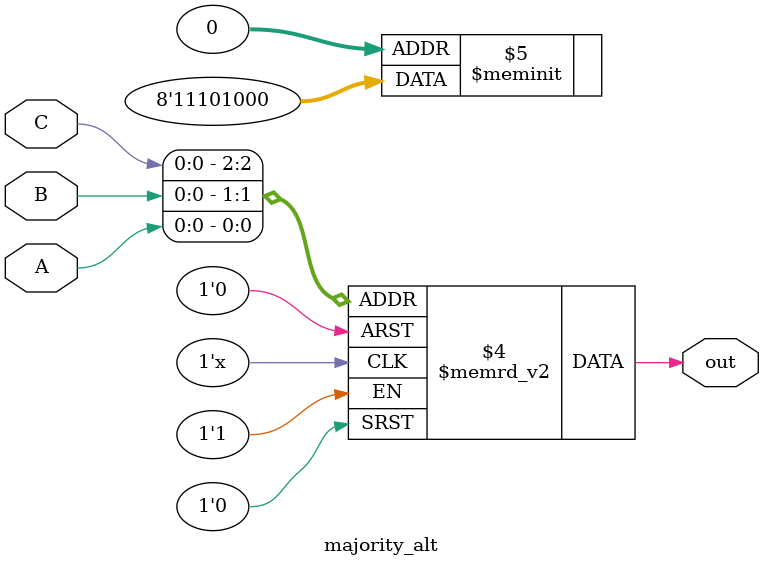
<source format=v>


module majority_alt(output out,input A,B,C);
always@(C,B,A)
 begin
  case({C,B,A})
   3'b000: {out} = 1'b0;
   3'b001: {out} = 1'b0;
   3'b010: {out} = 1'b0;
   3'b011: {out} = 1'b1;
   3'b100: {out} = 1'b0;
   3'b101: {out} = 1'b1;
   3'b110: {out} = 1'b1;
   3'b111: {out} = 1'b1;
  endcase
 end
endmodule


</source>
